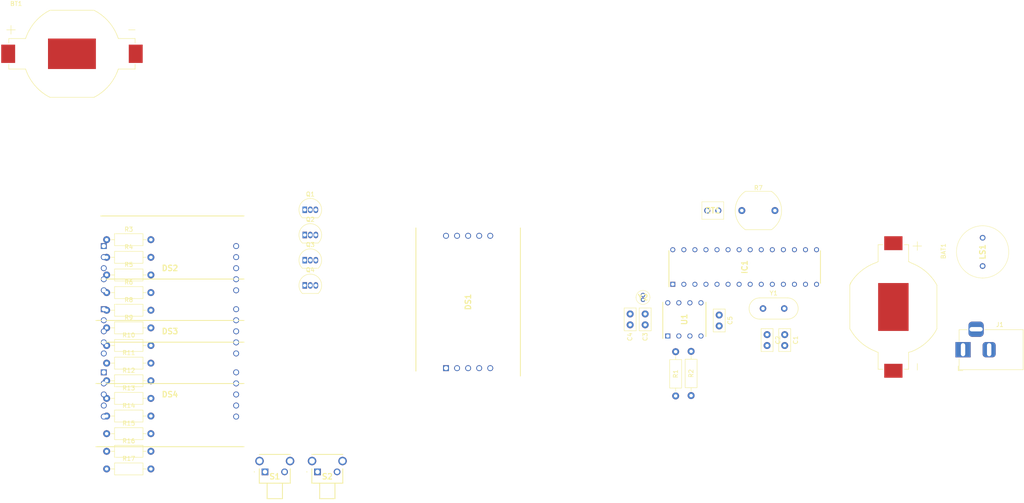
<source format=kicad_pcb>
(kicad_pcb (version 20241229) (generator "pcbnew") (generator_version "9.0")
  (layers (0 "F.Cu" signal) (2 "B.Cu" signal) (13 "F.Paste" user) (15 "B.Paste" user) (5 "F.SilkS" user "F.Silkscreen") (7 "B.SilkS" user "B.Silkscreen") (1 "F.Mask" user) (3 "B.Mask" user) (25 "Edge.Cuts" user))
  (net 0 "")
  (net 1 "GND")
  (net 2 "Net-(U1-VCC1)")
  (net 3 "Net-(IC1-PB6_(PCINT6{slash}XTAL1{slash}TOSC1))")
  (net 4 "Net-(IC1-PB7_(PCINT7{slash}XTAL2{slash}TOSC2))")
  (net 5 "Net-(U1-X1)")
  (net 6 "Net-(U1-X2)")
  (net 7 "+5V")
  (net 8 "/G1")
  (net 9 "/B1")
  (net 10 "/C1")
  (net 11 "/DP1")
  (net 12 "/COM1")
  (net 13 "/E1")
  (net 14 "/F1")
  (net 15 "/D1")
  (net 16 "/A1")
  (net 17 "/COM2")
  (net 18 "/COM3")
  (net 19 "/COM4")
  (net 20 "/D_11")
  (net 21 "/D_12")
  (net 22 "/D0")
  (net 23 "/G2")
  (net 24 "/E2")
  (net 25 "/A2")
  (net 26 "/B2")
  (net 27 "/F2")
  (net 28 "Net-(IC1-PC6_(PCINT14{slash}~{RESET)})")
  (net 29 "/A3")
  (net 30 "/A4")
  (net 31 "/A0")
  (net 32 "/DP2")
  (net 33 "/C2")
  (net 35 "/D_10")
  (net 36 "/D_13")
  (net 37 "/D2")
  (net 38 "/A5")
  (net 39 "Net-(Q1-B)")
  (net 40 "Net-(Q2-B)")
  (net 41 "Net-(Q3-B)")
  (net 42 "Net-(Q4-B)")
  (footprint "SamacSys_Parts:FSMRA5JH04" (layer "F.Cu") (at 94.745 111.52)
    (property "Reference" "S2" (at 2.25 1.07 0) (layer "F.SilkS") (effects (font (size 1.27 1.27) (thickness 0.254))))
    (property "Value" "FSMRA5JH" (hide yes))
    (pad "1" thru_hole rect (at 0 0) (size 1.54 1.54) (drill 0.99) (layers "*.Cu" "*.Mask") (net 29 "/A3"))
    (pad "2" thru_hole circle (at 4.5 0) (size 1.54 1.54) (drill 0.99) (layers "*.Cu" "*.Mask") (net 1 "GND"))
    (pad "MH1" thru_hole circle (at -1.255 -2.49) (size 1.95 1.95) (drill 1.3) (layers "*.Cu" "*.Mask") (net 1 "GND"))
    (pad "MH2" thru_hole circle (at 5.755 -2.49) (size 1.95 1.95) (drill 1.3) (layers "*.Cu" "*.Mask") (net 1 "GND"))
  )
  (footprint "Resistor_THT:R_Axial_DIN0207_L6.3mm_D2.5mm_P10.16mm_Horizontal" (layer "F.Cu") (at 46.32 90.595)
    (property "Reference" "R12" (at 5.08 -2.37 0) (layer "F.SilkS"))
    (property "Value" "510")
    (pad "1" thru_hole circle (at 0 0) (size 1.6 1.6) (drill 0.8) (layers "*.Cu" "*.Mask") (net 24 "/E2"))
    (pad "2" thru_hole circle (at 10.16 0) (size 1.6 1.6) (drill 0.8) (layers "*.Cu" "*.Mask") (net 13 "/E1"))
  )
  (footprint "Resistor_THT:R_Axial_DIN0207_L6.3mm_D2.5mm_P10.16mm_Horizontal" (layer "F.Cu") (at 46.32 78.445)
    (property "Reference" "R9" (at 5.08 -2.37 0) (layer "F.SilkS"))
    (property "Value" "510")
    (pad "1" thru_hole circle (at 0 0) (size 1.6 1.6) (drill 0.8) (layers "*.Cu" "*.Mask") (net 16 "/A1"))
    (pad "2" thru_hole circle (at 10.16 0) (size 1.6 1.6) (drill 0.8) (layers "*.Cu" "*.Mask") (net 25 "/A2"))
  )
  (footprint "SamacSys_Parts:DIP794W53P254L3467H457Q28N" (layer "F.Cu") (at 192.85 64.469 90)
    (property "Reference" "IC1" (at 0 0 90) (layer "F.SilkS") (effects (font (size 1.27 1.27) (thickness 0.254))))
    (property "Value" "ATMEGA328P-PU" (hide yes))
    (pad "1" thru_hole rect (at -3.969 -16.51 90) (size 1.133 1.133) (drill 0.733) (layers "*.Cu" "*.Mask") (net 28 "Net-(IC1-PC6_(PCINT14{slash}~{RESET)})"))
    (pad "2" thru_hole circle (at -3.969 -13.97 90) (size 1.133 1.133) (drill 0.733) (layers "*.Cu" "*.Mask") (net 22 "/D0"))
    (pad "3" thru_hole circle (at -3.969 -11.43 90) (size 1.133 1.133) (drill 0.733) (layers "*.Cu" "*.Mask") (net 15 "/D1"))
    (pad "4" thru_hole circle (at -3.969 -8.89 90) (size 1.133 1.133) (drill 0.733) (layers "*.Cu" "*.Mask") (net 25 "/A2"))
    (pad "5" thru_hole circle (at -3.969 -6.35 90) (size 1.133 1.133) (drill 0.733) (layers "*.Cu" "*.Mask") (net 26 "/B2"))
    (pad "6" thru_hole circle (at -3.969 -3.81 90) (size 1.133 1.133) (drill 0.733) (layers "*.Cu" "*.Mask") (net 33 "/C2"))
    (pad "7" thru_hole circle (at -3.969 -1.27 90) (size 1.133 1.133) (drill 0.733) (layers "*.Cu" "*.Mask") (net 7 "+5V"))
    (pad "8" thru_hole circle (at -3.969 1.27 90) (size 1.133 1.133) (drill 0.733) (layers "*.Cu" "*.Mask") (net 1 "GND"))
    (pad "9" thru_hole circle (at -3.969 3.81 90) (size 1.133 1.133) (drill 0.733) (layers "*.Cu" "*.Mask") (net 3 "Net-(IC1-PB6_(PCINT6{slash}XTAL1{slash}TOSC1))"))
    (pad "10" thru_hole circle (at -3.969 6.35 90) (size 1.133 1.133) (drill 0.733) (layers "*.Cu" "*.Mask") (net 4 "Net-(IC1-PB7_(PCINT7{slash}XTAL2{slash}TOSC2))"))
    (pad "11" thru_hole circle (at -3.969 8.89 90) (size 1.133 1.133) (drill 0.733) (layers "*.Cu" "*.Mask") (net 37 "/D2"))
    (pad "12" thru_hole circle (at -3.969 11.43 90) (size 1.133 1.133) (drill 0.733) (layers "*.Cu" "*.Mask") (net 24 "/E2"))
    (pad "13" thru_hole circle (at -3.969 13.97 90) (size 1.133 1.133) (drill 0.733) (layers "*.Cu" "*.Mask") (net 27 "/F2"))
    (pad "14" thru_hole circle (at -3.969 16.51 90) (size 1.133 1.133) (drill 0.733) (layers "*.Cu" "*.Mask") (net 23 "/G2"))
    (pad "15" thru_hole circle (at 3.969 16.51 90) (size 1.133 1.133) (drill 0.733) (layers "*.Cu" "*.Mask") (net 32 "/DP2"))
    (pad "16" thru_hole circle (at 3.969 13.97 90) (size 1.133 1.133) (drill 0.733) (layers "*.Cu" "*.Mask") (net 35 "/D_10"))
    (pad "17" thru_hole circle (at 3.969 11.43 90) (size 1.133 1.133) (drill 0.733) (layers "*.Cu" "*.Mask") (net 20 "/D_11"))
    (pad "18" thru_hole circle (at 3.969 8.89 90) (size 1.133 1.133) (drill 0.733) (layers "*.Cu" "*.Mask") (net 21 "/D_12"))
    (pad "19" thru_hole circle (at 3.969 6.35 90) (size 1.133 1.133) (drill 0.733) (layers "*.Cu" "*.Mask") (net 36 "/D_13"))
    (pad "20" thru_hole circle (at 3.969 3.81 90) (size 1.133 1.133) (drill 0.733) (layers "*.Cu" "*.Mask") (net 7 "+5V"))
    (pad "21" thru_hole circle (at 3.969 1.27 90) (size 1.133 1.133) (drill 0.733) (layers "*.Cu" "*.Mask"))
    (pad "22" thru_hole circle (at 3.969 -1.27 90) (size 1.133 1.133) (drill 0.733) (layers "*.Cu" "*.Mask") (net 1 "GND"))
    (pad "23" thru_hole circle (at 3.969 -3.81 90) (size 1.133 1.133) (drill 0.733) (layers "*.Cu" "*.Mask") (net 31 "/A0"))
    (pad "24" thru_hole circle (at 3.969 -6.35 90) (size 1.133 1.133) (drill 0.733) (layers "*.Cu" "*.Mask") (net 16 "/A1"))
    (pad "25" thru_hole circle (at 3.969 -8.89 90) (size 1.133 1.133) (drill 0.733) (layers "*.Cu" "*.Mask") (net 25 "/A2"))
    (pad "26" thru_hole circle (at 3.969 -11.43 90) (size 1.133 1.133) (drill 0.733) (layers "*.Cu" "*.Mask") (net 29 "/A3"))
    (pad "27" thru_hole circle (at 3.969 -13.97 90) (size 1.133 1.133) (drill 0.733) (layers "*.Cu" "*.Mask") (net 30 "/A4"))
    (pad "28" thru_hole circle (at 3.969 -16.51 90) (size 1.133 1.133) (drill 0.733) (layers "*.Cu" "*.Mask") (net 38 "/A5"))
  )
  (footprint "Resistor_THT:R_Axial_DIN0207_L6.3mm_D2.5mm_P10.16mm_Horizontal" (layer "F.Cu") (at 46.32 74.395)
    (property "Reference" "R8" (at 5.08 -2.37 0) (layer "F.SilkS"))
    (property "Value" "510")
    (pad "1" thru_hole circle (at 0 0) (size 1.6 1.6) (drill 0.8) (layers "*.Cu" "*.Mask") (net 9 "/B1"))
    (pad "2" thru_hole circle (at 10.16 0) (size 1.6 1.6) (drill 0.8) (layers "*.Cu" "*.Mask") (net 26 "/B2"))
  )
  (footprint "Capacitor_THT:C_Disc_D5.0mm_W2.5mm_P2.50mm" (layer "F.Cu") (at 187 75.5 -90)
    (property "Reference" "C5" (at 1.25 -2.5 90) (layer "F.SilkS"))
    (property "Value" "0.1uF")
    (pad "1" thru_hole circle (at 0 0 270) (size 1.6 1.6) (drill 0.8) (layers "*.Cu" "*.Mask") (net 7 "+5V"))
    (pad "2" thru_hole circle (at 2.5 0 270) (size 1.6 1.6) (drill 0.8) (layers "*.Cu" "*.Mask") (net 1 "GND"))
  )
  (footprint "SamacSys_Parts:ABT410RC" (layer "F.Cu") (at 247.5 64.25 90)
    (property "Reference" "LS1" (at 3.25 0 90) (layer "F.SilkS") (effects (font (size 1.27 1.27) (thickness 0.254))))
    (property "Value" "Buzz" (hide yes))
    (pad "1" thru_hole circle (at 0 0 90) (size 1.3 1.3) (drill 0.8) (layers "*.Cu" "*.Mask") (net 7 "+5V"))
    (pad "2" thru_hole circle (at 6.5 0 90) (size 1.3 1.3) (drill 0.8) (layers "*.Cu" "*.Mask") (net 15 "/D1"))
  )
  (footprint "SamacSys_Parts:AB38T32768KHZ" (layer "F.Cu") (at 169.5 72 180)
    (property "Reference" "Y2" (at 0 0.55 180) (layer "F.SilkS") (effects (font (size 1.27 1.27) (thickness 0.254))))
    (property "Value" "AB38T-32.768KHZ" (hide yes))
    (pad "1" thru_hole circle (at 0 0 180) (size 1 1) (drill 0.55) (layers "*.Cu" "*.Mask") (net 5 "Net-(U1-X1)"))
    (pad "2" thru_hole circle (at 0 1.1 180) (size 1 1) (drill 0.55) (layers "*.Cu" "*.Mask") (net 6 "Net-(U1-X2)"))
  )
  (footprint "SamacSys_Parts:NTCLE100E3103JB0" (layer "F.Cu") (at 184.26 51.5)
    (property "Reference" "RT1" (at 1.27 0 0) (layer "F.SilkS") (effects (font (size 1.27 1.27) (thickness 0.254))))
    (property "Value" "NTC" (hide yes))
    (pad "1" thru_hole circle (at 0 0) (size 1.397 1.397) (drill 0.86) (layers "*.Cu" "*.Mask") (net 31 "/A0"))
    (pad "2" thru_hole circle (at 2.54 0) (size 1.397 1.397) (drill 0.86) (layers "*.Cu" "*.Mask") (net 1 "GND"))
  )
  (footprint "SamacSys_Parts:DIP3040W75P254L2400H1050Q10N" (layer "F.Cu") (at 60.86 79.24)
    (property "Reference" "DS3" (at 0 0 0) (layer "F.SilkS") (effects (font (size 1.27 1.27) (thickness 0.254))))
    (property "Value" "SA56-11GWA" (hide yes))
    (pad "1" thru_hole rect (at -15.2 -5.08) (size 1.35 1.35) (drill 0.95) (layers "*.Cu" "*.Mask") (net 13 "/E1"))
    (pad "2" thru_hole circle (at -15.2 -2.54) (size 1.35 1.35) (drill 0.95) (layers "*.Cu" "*.Mask") (net 15 "/D1"))
    (pad "3" thru_hole circle (at -15.2 0) (size 1.35 1.35) (drill 0.95) (layers "*.Cu" "*.Mask") (net 18 "/COM3"))
    (pad "4" thru_hole circle (at -15.2 2.54) (size 1.35 1.35) (drill 0.95) (layers "*.Cu" "*.Mask") (net 10 "/C1"))
    (pad "5" thru_hole circle (at -15.2 5.08) (size 1.35 1.35) (drill 0.95) (layers "*.Cu" "*.Mask") (net 11 "/DP1"))
    (pad "6" thru_hole circle (at 15.2 5.08) (size 1.35 1.35) (drill 0.95) (layers "*.Cu" "*.Mask") (net 9 "/B1"))
    (pad "7" thru_hole circle (at 15.2 2.54) (size 1.35 1.35) (drill 0.95) (layers "*.Cu" "*.Mask") (net 16 "/A1"))
    (pad "8" thru_hole circle (at 15.2 0) (size 1.35 1.35) (drill 0.95) (layers "*.Cu" "*.Mask") (net 18 "/COM3"))
    (pad "9" thru_hole circle (at 15.2 -2.54) (size 1.35 1.35) (drill 0.95) (layers "*.Cu" "*.Mask") (net 14 "/F1"))
    (pad "10" thru_hole circle (at 15.2 -5.08) (size 1.35 1.35) (drill 0.95) (layers "*.Cu" "*.Mask") (net 8 "/G1"))
  )
  (footprint "Resistor_THT:R_Axial_DIN0207_L6.3mm_D2.5mm_P10.16mm_Horizontal" (layer "F.Cu") (at 46.32 58.195)
    (property "Reference" "R3" (at 5.08 -2.37 0) (layer "F.SilkS"))
    (property "Value" "4.7K")
    (pad "1" thru_hole circle (at 0 0) (size 1.6 1.6) (drill 0.8) (layers "*.Cu" "*.Mask") (net 35 "/D_10"))
    (pad "2" thru_hole circle (at 10.16 0) (size 1.6 1.6) (drill 0.8) (layers "*.Cu" "*.Mask") (net 39 "Net-(Q1-B)"))
  )
  (footprint "Capacitor_THT:C_Disc_D5.0mm_W2.5mm_P2.50mm" (layer "F.Cu") (at 166.55 77.75 90)
    (property "Reference" "C4" (at -2.75 -0.05 90) (layer "F.SilkS"))
    (property "Value" "22pF")
    (pad "1" thru_hole circle (at 0 0 90) (size 1.6 1.6) (drill 0.8) (layers "*.Cu" "*.Mask") (net 1 "GND"))
    (pad "2" thru_hole circle (at 2.5 0 90) (size 1.6 1.6) (drill 0.8) (layers "*.Cu" "*.Mask") (net 6 "Net-(U1-X2)"))
  )
  (footprint "Resistor_THT:R_Axial_DIN0207_L6.3mm_D2.5mm_P10.16mm_Horizontal" (layer "F.Cu") (at 46.32 102.745)
    (property "Reference" "R15" (at 5.08 -2.37 0) (layer "F.SilkS"))
    (property "Value" "510")
    (pad "1" thru_hole circle (at 0 0) (size 1.6 1.6) (drill 0.8) (layers "*.Cu" "*.Mask") (net 32 "/DP2"))
    (pad "2" thru_hole circle (at 10.16 0) (size 1.6 1.6) (drill 0.8) (layers "*.Cu" "*.Mask") (net 11 "/DP1"))
  )
  (footprint "SamacSys_Parts:FSMRA5JH04" (layer "F.Cu") (at 82.685 111.52)
    (property "Reference" "S1" (at 2.25 1.07 0) (layer "F.SilkS") (effects (font (size 1.27 1.27) (thickness 0.254))))
    (property "Value" "FSMRA5JH" (hide yes))
    (pad "1" thru_hole rect (at 0 0) (size 1.54 1.54) (drill 0.99) (layers "*.Cu" "*.Mask") (net 22 "/D0"))
    (pad "2" thru_hole circle (at 4.5 0) (size 1.54 1.54) (drill 0.99) (layers "*.Cu" "*.Mask") (net 1 "GND"))
    (pad "MH1" thru_hole circle (at -1.255 -2.49) (size 1.95 1.95) (drill 1.3) (layers "*.Cu" "*.Mask") (net 1 "GND"))
    (pad "MH2" thru_hole circle (at 5.755 -2.49) (size 1.95 1.95) (drill 1.3) (layers "*.Cu" "*.Mask") (net 1 "GND"))
  )
  (footprint "SamacSys_Parts:DIP3040W75P254L2400H1050Q10N" (layer "F.Cu") (at 60.86 64.74)
    (property "Reference" "DS2" (at 0 0 0) (layer "F.SilkS") (effects (font (size 1.27 1.27) (thickness 0.254))))
    (property "Value" "SA56-11GWA" (hide yes))
    (pad "1" thru_hole rect (at -15.2 -5.08) (size 1.35 1.35) (drill 0.95) (layers "*.Cu" "*.Mask") (net 13 "/E1"))
    (pad "2" thru_hole circle (at -15.2 -2.54) (size 1.35 1.35) (drill 0.95) (layers "*.Cu" "*.Mask") (net 15 "/D1"))
    (pad "3" thru_hole circle (at -15.2 0) (size 1.35 1.35) (drill 0.95) (layers "*.Cu" "*.Mask") (net 17 "/COM2"))
    (pad "4" thru_hole circle (at -15.2 2.54) (size 1.35 1.35) (drill 0.95) (layers "*.Cu" "*.Mask") (net 10 "/C1"))
    (pad "5" thru_hole circle (at -15.2 5.08) (size 1.35 1.35) (drill 0.95) (layers "*.Cu" "*.Mask") (net 11 "/DP1"))
    (pad "6" thru_hole circle (at 15.2 5.08) (size 1.35 1.35) (drill 0.95) (layers "*.Cu" "*.Mask") (net 9 "/B1"))
    (pad "7" thru_hole circle (at 15.2 2.54) (size 1.35 1.35) (drill 0.95) (layers "*.Cu" "*.Mask") (net 16 "/A1"))
    (pad "8" thru_hole circle (at 15.2 0) (size 1.35 1.35) (drill 0.95) (layers "*.Cu" "*.Mask") (net 17 "/COM2"))
    (pad "9" thru_hole circle (at 15.2 -2.54) (size 1.35 1.35) (drill 0.95) (layers "*.Cu" "*.Mask") (net 14 "/F1"))
    (pad "10" thru_hole circle (at 15.2 -5.08) (size 1.35 1.35) (drill 0.95) (layers "*.Cu" "*.Mask") (net 8 "/G1"))
  )
  (footprint "custom_footprints:BAT_BU2032SM-HD-G" (layer "F.Cu") (at 38.35 15.5)
    (property "Reference" "BT1" (at -12.81935 -11.50443 0) (layer "F.SilkS") (effects (font (size 1.00178 1.00178))))
    (property "Value" "BU2032SM-HD-G")
    (fp_poly (pts (xy -5.5 -3.5) (xy 5.5 -3.5) (xy 5.5 3.5) (xy -5.5 3.5)) (stroke (width 0.000009)) (fill yes) (layer "F.Cu"))
    (pad "+" smd rect (at -14.65 0) (size 3.2 4.2) (layers "F.Cu" "F.Mask" "F.Paste") (net 2 "Net-(U1-VCC1)"))
    (pad "-" smd rect (at 14.65 0) (size 3.2 4.2) (layers "F.Cu" "F.Mask" "F.Paste") (net 1 "GND"))
  )
  (footprint "custom_footprints:BAT_BU2032SM-JJ-GTR" (layer "F.Cu") (at 227 73.65 -90)
    (property "Reference" "BAT1" (at -12.81935 -11.50443 90) (layer "F.SilkS") (effects (font (size 1.00178 1.00178))))
    (property "Value" "BU2032SM-JJ-GTR")
    (fp_poly (pts (xy -5.5 -3.5) (xy 5.5 -3.5) (xy 5.5 3.5) (xy -5.5 3.5)) (stroke (width 0.0001)) (fill yes) (layer "F.Cu"))
    (pad "+" smd rect (at -14.65 0 270) (size 3.2 4.2) (layers "F.Cu" "F.Mask" "F.Paste") (net 2 "Net-(U1-VCC1)"))
    (pad "-" smd rect (at 14.65 0 270) (size 3.2 4.2) (layers "F.Cu" "F.Mask" "F.Paste") (net 1 "GND"))
  )
  (footprint "SamacSys_Parts:DIP3040W75P254L2400H1050Q10N" (layer "F.Cu") (at 60.86 93.74)
    (property "Reference" "DS4" (at 0 0 0) (layer "F.SilkS") (effects (font (size 1.27 1.27) (thickness 0.254))))
    (property "Value" "SA56-11GWA" (hide yes))
    (pad "1" thru_hole rect (at -15.2 -5.08) (size 1.35 1.35) (drill 0.95) (layers "*.Cu" "*.Mask") (net 13 "/E1"))
    (pad "2" thru_hole circle (at -15.2 -2.54) (size 1.35 1.35) (drill 0.95) (layers "*.Cu" "*.Mask") (net 15 "/D1"))
    (pad "3" thru_hole circle (at -15.2 0) (size 1.35 1.35) (drill 0.95) (layers "*.Cu" "*.Mask") (net 19 "/COM4"))
    (pad "4" thru_hole circle (at -15.2 2.54) (size 1.35 1.35) (drill 0.95) (layers "*.Cu" "*.Mask") (net 10 "/C1"))
    (pad "5" thru_hole circle (at -15.2 5.08) (size 1.35 1.35) (drill 0.95) (layers "*.Cu" "*.Mask") (net 11 "/DP1"))
    (pad "6" thru_hole circle (at 15.2 5.08) (size 1.35 1.35) (drill 0.95) (layers "*.Cu" "*.Mask") (net 9 "/B1"))
    (pad "7" thru_hole circle (at 15.2 2.54) (size 1.35 1.35) (drill 0.95) (layers "*.Cu" "*.Mask") (net 16 "/A1"))
    (pad "8" thru_hole circle (at 15.2 0) (size 1.35 1.35) (drill 0.95) (layers "*.Cu" "*.Mask") (net 19 "/COM4"))
    (pad "9" thru_hole circle (at 15.2 -2.54) (size 1.35 1.35) (drill 0.95) (layers "*.Cu" "*.Mask") (net 14 "/F1"))
    (pad "10" thru_hole circle (at 15.2 -5.08) (size 1.35 1.35) (drill 0.95) (layers "*.Cu" "*.Mask") (net 8 "/G1"))
  )
  (footprint "SamacSys_Parts:DIP762W56P254L938H457Q8N" (layer "F.Cu") (at 179 76.5 90)
    (property "Reference" "U1" (at 0 0 90) (layer "F.SilkS") (effects (font (size 1.27 1.27) (thickness 0.254))))
    (property "Value" "DS1302+" (hide yes))
    (pad "1" thru_hole rect (at -3.81 -3.81 90) (size 1.16 1.16) (drill 0.76) (layers "*.Cu" "*.Mask") (net 7 "+5V"))
    (pad "2" thru_hole circle (at -3.81 -1.27 90) (size 1.16 1.16) (drill 0.76) (layers "*.Cu" "*.Mask") (net 5 "Net-(U1-X1)"))
    (pad "3" thru_hole circle (at -3.81 1.27 90) (size 1.16 1.16) (drill 0.76) (layers "*.Cu" "*.Mask") (net 6 "Net-(U1-X2)"))
    (pad "4" thru_hole circle (at -3.81 3.81 90) (size 1.16 1.16) (drill 0.76) (layers "*.Cu" "*.Mask") (net 1 "GND"))
    (pad "5" thru_hole circle (at 3.81 3.81 90) (size 1.16 1.16) (drill 0.76) (layers "*.Cu" "*.Mask") (net 30 "/A4"))
    (pad "6" thru_hole circle (at 3.81 1.27 90) (size 1.16 1.16) (drill 0.76) (layers "*.Cu" "*.Mask") (net 25 "/A2"))
    (pad "7" thru_hole circle (at 3.81 -1.27 90) (size 1.16 1.16) (drill 0.76) (layers "*.Cu" "*.Mask") (net 38 "/A5"))
    (pad "8" thru_hole circle (at 3.81 -3.81 90) (size 1.16 1.16) (drill 0.76) (layers "*.Cu" "*.Mask") (net 2 "Net-(U1-VCC1)"))
  )
  (footprint "OptoDevice:R_LDR_10x8.5mm_P7.6mm_Vertical" (layer "F.Cu") (at 192.2 51.5)
    (property "Reference" "R7" (at 3.8 -5.2 0) (layer "F.SilkS"))
    (property "Value" "LDR")
    (pad "1" thru_hole circle (at 0 0) (size 1.6 1.6) (drill 0.8) (layers "*.Cu" "*.Mask") (net 16 "/A1"))
    (pad "2" thru_hole circle (at 7.6 0) (size 1.6 1.6) (drill 0.8) (layers "*.Cu" "*.Mask") (net 1 "GND"))
  )
  (footprint "Resistor_THT:R_Axial_DIN0207_L6.3mm_D2.5mm_P10.16mm_Horizontal" (layer "F.Cu") (at 46.32 66.295)
    (property "Reference" "R5" (at 5.08 -2.37 0) (layer "F.SilkS"))
    (property "Value" "4.7K")
    (pad "1" thru_hole circle (at 0 0) (size 1.6 1.6) (drill 0.8) (layers "*.Cu" "*.Mask") (net 21 "/D_12"))
    (pad "2" thru_hole circle (at 10.16 0) (size 1.6 1.6) (drill 0.8) (layers "*.Cu" "*.Mask") (net 41 "Net-(Q3-B)"))
  )
  (footprint "Resistor_THT:R_Axial_DIN0207_L6.3mm_D2.5mm_P10.16mm_Horizontal" (layer "F.Cu") (at 46.32 110.845)
    (property "Reference" "R17" (at 5.08 -2.37 0) (layer "F.SilkS"))
    (property "Value" "10K")
    (pad "1" thru_hole circle (at 0 0) (size 1.6 1.6) (drill 0.8) (layers "*.Cu" "*.Mask") (net 31 "/A0"))
    (pad "2" thru_hole circle (at 10.16 0) (size 1.6 1.6) (drill 0.8) (layers "*.Cu" "*.Mask") (net 7 "+5V"))
  )
  (footprint "Resistor_THT:R_Axial_DIN0207_L6.3mm_D2.5mm_P10.16mm_Horizontal" (layer "F.Cu") (at 46.32 98.695)
    (property "Reference" "R14" (at 5.08 -2.37 0) (layer "F.SilkS"))
    (property "Value" "510")
    (pad "1" thru_hole circle (at 0 0) (size 1.6 1.6) (drill 0.8) (layers "*.Cu" "*.Mask") (net 33 "/C2"))
    (pad "2" thru_hole circle (at 10.16 0) (size 1.6 1.6) (drill 0.8) (layers "*.Cu" "*.Mask") (net 10 "/C1"))
  )
  (footprint "Crystal:Crystal_HC49-4H_Vertical" (layer "F.Cu") (at 197.06 74)
    (property "Reference" "Y1" (at 2.44 -3.52 0) (layer "F.SilkS"))
    (property "Value" "Crystal")
    (pad "1" thru_hole circle (at 0 0) (size 1.5 1.5) (drill 0.8) (layers "*.Cu" "*.Mask") (net 3 "Net-(IC1-PB6_(PCINT6{slash}XTAL1{slash}TOSC1))"))
    (pad "2" thru_hole circle (at 4.88 0) (size 1.5 1.5) (drill 0.8) (layers "*.Cu" "*.Mask") (net 4 "Net-(IC1-PB7_(PCINT7{slash}XTAL2{slash}TOSC2))"))
  )
  (footprint "Capacitor_THT:C_Disc_D5.0mm_W2.5mm_P2.50mm" (layer "F.Cu") (at 170 77.75 90)
    (property "Reference" "C3" (at -2.75 0 90) (layer "F.SilkS"))
    (property "Value" "22pF")
    (pad "1" thru_hole circle (at 0 0 90) (size 1.6 1.6) (drill 0.8) (layers "*.Cu" "*.Mask") (net 1 "GND"))
    (pad "2" thru_hole circle (at 2.5 0 90) (size 1.6 1.6) (drill 0.8) (layers "*.Cu" "*.Mask") (net 5 "Net-(U1-X1)"))
  )
  (footprint "Package_TO_SOT_THT:TO-92_Inline" (layer "F.Cu") (at 91.82 51.325)
    (property "Reference" "Q1" (at 1.27 -3.56 0) (layer "F.SilkS"))
    (property "Value" "S8550")
    (pad "1" thru_hole rect (at 0 0) (size 1.05 1.5) (drill 0.75) (layers "*.Cu" "*.Mask") (net 7 "+5V"))
    (pad "2" thru_hole oval (at 1.27 0) (size 1.05 1.5) (drill 0.75) (layers "*.Cu" "*.Mask") (net 39 "Net-(Q1-B)"))
    (pad "3" thru_hole oval (at 2.54 0) (size 1.05 1.5) (drill 0.75) (layers "*.Cu" "*.Mask") (net 12 "/COM1"))
  )
  (footprint "Resistor_THT:R_Axial_DIN0207_L6.3mm_D2.5mm_P10.16mm_Horizontal" (layer "F.Cu") (at 46.32 94.645)
    (property "Reference" "R13" (at 5.08 -2.37 0) (layer "F.SilkS"))
    (property "Value" "510")
    (pad "1" thru_hole circle (at 0 0) (size 1.6 1.6) (drill 0.8) (layers "*.Cu" "*.Mask") (net 37 "/D2"))
    (pad "2" thru_hole circle (at 10.16 0) (size 1.6 1.6) (drill 0.8) (layers "*.Cu" "*.Mask") (net 15 "/D1"))
  )
  (footprint "Resistor_THT:R_Axial_DIN0207_L6.3mm_D2.5mm_P10.16mm_Horizontal" (layer "F.Cu") (at 46.32 62.245)
    (property "Reference" "R4" (at 5.08 -2.37 0) (layer "F.SilkS"))
    (property "Value" "4.7K")
    (pad "1" thru_hole circle (at 0 0) (size 1.6 1.6) (drill 0.8) (layers "*.Cu" "*.Mask") (net 20 "/D_11"))
    (pad "2" thru_hole circle (at 10.16 0) (size 1.6 1.6) (drill 0.8) (layers "*.Cu" "*.Mask") (net 40 "Net-(Q2-B)"))
  )
  (footprint "Connector_BarrelJack:BarrelJack_Horizontal" (layer "F.Cu") (at 243 83.4575 180)
    (property "Reference" "J1" (at -8.45 5.75 0) (layer "F.SilkS"))
    (property "Value" "DC_IN")
    (pad "1" thru_hole rect (at 0 0 180) (size 3.5 3.5) (drill oval 1 3) (layers "*.Cu" "*.Mask") (net 7 "+5V"))
    (pad "2" thru_hole roundrect (at -6 0 180) (size 3 3.5) (drill oval 1 3) (layers "*.Cu" "*.Mask") (net 1 "GND"))
    (pad "3" thru_hole roundrect (at -3 4.7 180) (size 3.5 3.5) (drill oval 3 1) (layers "*.Cu" "*.Mask"))
  )
  (footprint "Package_TO_SOT_THT:TO-92_Inline" (layer "F.Cu") (at 91.82 57.115)
    (property "Reference" "Q2" (at 1.27 -3.56 0) (layer "F.SilkS"))
    (property "Value" "S8550")
    (pad "1" thru_hole rect (at 0 0) (size 1.05 1.5) (drill 0.75) (layers "*.Cu" "*.Mask") (net 7 "+5V"))
    (pad "2" thru_hole oval (at 1.27 0) (size 1.05 1.5) (drill 0.75) (layers "*.Cu" "*.Mask") (net 40 "Net-(Q2-B)"))
    (pad "3" thru_hole oval (at 2.54 0) (size 1.05 1.5) (drill 0.75) (layers "*.Cu" "*.Mask") (net 17 "/COM2"))
  )
  (footprint "Capacitor_THT:C_Disc_D5.0mm_W2.5mm_P2.50mm" (layer "F.Cu") (at 198 80 -90)
    (property "Reference" "C2" (at 1.25 -2.5 90) (layer "F.SilkS"))
    (property "Value" "22pF")
    (pad "1" thru_hole circle (at 0 0 270) (size 1.6 1.6) (drill 0.8) (layers "*.Cu" "*.Mask") (net 4 "Net-(IC1-PB7_(PCINT7{slash}XTAL2{slash}TOSC2))"))
    (pad "2" thru_hole circle (at 2.5 0 270) (size 1.6 1.6) (drill 0.8) (layers "*.Cu" "*.Mask") (net 1 "GND"))
  )
  (footprint "Package_TO_SOT_THT:TO-92_Inline" (layer "F.Cu") (at 91.82 62.905)
    (property "Reference" "Q3" (at 1.27 -3.56 0) (layer "F.SilkS"))
    (property "Value" "S8550")
    (pad "1" thru_hole rect (at 0 0) (size 1.05 1.5) (drill 0.75) (layers "*.Cu" "*.Mask") (net 7 "+5V"))
    (pad "2" thru_hole oval (at 1.27 0) (size 1.05 1.5) (drill 0.75) (layers "*.Cu" "*.Mask") (net 41 "Net-(Q3-B)"))
    (pad "3" thru_hole oval (at 2.54 0) (size 1.05 1.5) (drill 0.75) (layers "*.Cu" "*.Mask") (net 18 "/COM3"))
  )
  (footprint "Capacitor_THT:C_Disc_D5.0mm_W2.5mm_P2.50mm" (layer "F.Cu") (at 202.05 80 -90)
    (property "Reference" "C1" (at 1.25 -2.5 90) (layer "F.SilkS"))
    (property "Value" "22pF")
    (pad "1" thru_hole circle (at 0 0 270) (size 1.6 1.6) (drill 0.8) (layers "*.Cu" "*.Mask") (net 3 "Net-(IC1-PB6_(PCINT6{slash}XTAL1{slash}TOSC1))"))
    (pad "2" thru_hole circle (at 2.5 0 270) (size 1.6 1.6) (drill 0.8) (layers "*.Cu" "*.Mask") (net 1 "GND"))
  )
  (footprint "Resistor_THT:R_Axial_DIN0207_L6.3mm_D2.5mm_P10.16mm_Horizontal" (layer "F.Cu") (at 46.32 106.795)
    (property "Reference" "R16" (at 5.08 -2.37 0) (layer "F.SilkS"))
    (property "Value" "10K")
    (pad "1" thru_hole circle (at 0 0) (size 1.6 1.6) (drill 0.8) (layers "*.Cu" "*.Mask") (net 16 "/A1"))
    (pad "2" thru_hole circle (at 10.16 0) (size 1.6 1.6) (drill 0.8) (layers "*.Cu" "*.Mask") (net 7 "+5V"))
  )
  (footprint "Resistor_THT:R_Axial_DIN0207_L6.3mm_D2.5mm_P10.16mm_Horizontal" (layer "F.Cu") (at 46.32 82.495)
    (property "Reference" "R10" (at 5.08 -2.37 0) (layer "F.SilkS"))
    (property "Value" "510")
    (pad "1" thru_hole circle (at 0 0) (size 1.6 1.6) (drill 0.8) (layers "*.Cu" "*.Mask") (net 14 "/F1"))
    (pad "2" thru_hole circle (at 10.16 0) (size 1.6 1.6) (drill 0.8) (layers "*.Cu" "*.Mask") (net 27 "/F2"))
  )
  (footprint "Resistor_THT:R_Axial_DIN0207_L6.3mm_D2.5mm_P10.16mm_Horizontal" (layer "F.Cu") (at 46.32 86.545)
    (property "Reference" "R11" (at 5.08 -2.37 0) (layer "F.SilkS"))
    (property "Value" "510")
    (pad "1" thru_hole circle (at 0 0) (size 1.6 1.6) (drill 0.8) (layers "*.Cu" "*.Mask") (net 8 "/G1"))
    (pad "2" thru_hole circle (at 10.16 0) (size 1.6 1.6) (drill 0.8) (layers "*.Cu" "*.Mask") (net 23 "/G2"))
  )
  (footprint "Package_TO_SOT_THT:TO-92_Inline" (layer "F.Cu") (at 91.82 68.695)
    (property "Reference" "Q4" (at 1.27 -3.56 0) (layer "F.SilkS"))
    (property "Value" "S8550")
    (pad "1" thru_hole rect (at 0 0) (size 1.05 1.5) (drill 0.75) (layers "*.Cu" "*.Mask") (net 7 "+5V"))
    (pad "2" thru_hole oval (at 1.27 0) (size 1.05 1.5) (drill 0.75) (layers "*.Cu" "*.Mask") (net 42 "Net-(Q4-B)"))
    (pad "3" thru_hole oval (at 2.54 0) (size 1.05 1.5) (drill 0.75) (layers "*.Cu" "*.Mask") (net 19 "/COM4"))
  )
  (footprint "Resistor_THT:R_Axial_DIN0207_L6.3mm_D2.5mm_P10.16mm_Horizontal" (layer "F.Cu") (at 180.55 94 90)
    (property "Reference" "R2" (at 5.08 0 90) (layer "F.SilkS"))
    (property "Value" "10k")
    (pad "1" thru_hole circle (at 0 0 90) (size 1.6 1.6) (drill 0.8) (layers "*.Cu" "*.Mask") (net 7 "+5V"))
    (pad "2" thru_hole circle (at 10.16 0 90) (size 1.6 1.6) (drill 0.8) (layers "*.Cu" "*.Mask") (net 25 "/A2"))
  )
  (footprint "Resistor_THT:R_Axial_DIN0207_L6.3mm_D2.5mm_P10.16mm_Horizontal" (layer "F.Cu") (at 177 83.92 -90)
    (property "Reference" "R1" (at 5.08 0 90) (layer "F.SilkS"))
    (property "Value" "10k")
    (pad "1" thru_hole circle (at 0 0 270) (size 1.6 1.6) (drill 0.8) (layers "*.Cu" "*.Mask") (net 28 "Net-(IC1-PC6_(PCINT14{slash}~{RESET)})"))
    (pad "2" thru_hole circle (at 10.16 0 270) (size 1.6 1.6) (drill 0.8) (layers "*.Cu" "*.Mask") (net 7 "+5V"))
  )
  (footprint "SamacSys_Parts:DIP3040W75P254L2400H1050Q10N" (layer "F.Cu") (at 129.34 72.5 90)
    (property "Reference" "DS1" (at 0 0 90) (layer "F.SilkS") (effects (font (size 1.27 1.27) (thickness 0.254))))
    (property "Value" "SA56-11GWA" (hide yes))
    (pad "1" thru_hole rect (at -15.2 -5.08 90) (size 1.35 1.35) (drill 0.95) (layers "*.Cu" "*.Mask") (net 13 "/E1"))
    (pad "2" thru_hole circle (at -15.2 -2.54 90) (size 1.35 1.35) (drill 0.95) (layers "*.Cu" "*.Mask") (net 15 "/D1"))
    (pad "3" thru_hole circle (at -15.2 0 90) (size 1.35 1.35) (drill 0.95) (layers "*.Cu" "*.Mask") (net 12 "/COM1"))
    (pad "4" thru_hole circle (at -15.2 2.54 90) (size 1.35 1.35) (drill 0.95) (layers "*.Cu" "*.Mask") (net 10 "/C1"))
    (pad "5" thru_hole circle (at -15.2 5.08 90) (size 1.35 1.35) (drill 0.95) (layers "*.Cu" "*.Mask") (net 11 "/DP1"))
    (pad "6" thru_hole circle (at 15.2 5.08 90) (size 1.35 1.35) (drill 0.95) (layers "*.Cu" "*.Mask") (net 9 "/B1"))
    (pad "7" thru_hole circle (at 15.2 2.54 90) (size 1.35 1.35) (drill 0.95) (layers "*.Cu" "*.Mask") (net 16 "/A1"))
    (pad "8" thru_hole circle (at 15.2 0 90) (size 1.35 1.35) (drill 0.95) (layers "*.Cu" "*.Mask") (net 12 "/COM1"))
    (pad "9" thru_hole circle (at 15.2 -2.54 90) (size 1.35 1.35) (drill 0.95) (layers "*.Cu" "*.Mask") (net 14 "/F1"))
    (pad "10" thru_hole circle (at 15.2 -5.08 90) (size 1.35 1.35) (drill 0.95) (layers "*.Cu" "*.Mask") (net 8 "/G1"))
  )
  (footprint "Resistor_THT:R_Axial_DIN0207_L6.3mm_D2.5mm_P10.16mm_Horizontal" (layer "F.Cu") (at 46.32 70.345)
    (property "Reference" "R6" (at 5.08 -2.37 0) (layer "F.SilkS"))
    (property "Value" "4.7K")
    (pad "1" thru_hole circle (at 0 0) (size 1.6 1.6) (drill 0.8) (layers "*.Cu" "*.Mask") (net 36 "/D_13"))
    (pad "2" thru_hole circle (at 10.16 0) (size 1.6 1.6) (drill 0.8) (layers "*.Cu" "*.Mask") (net 42 "Net-(Q4-B)"))
  )
)
</source>
